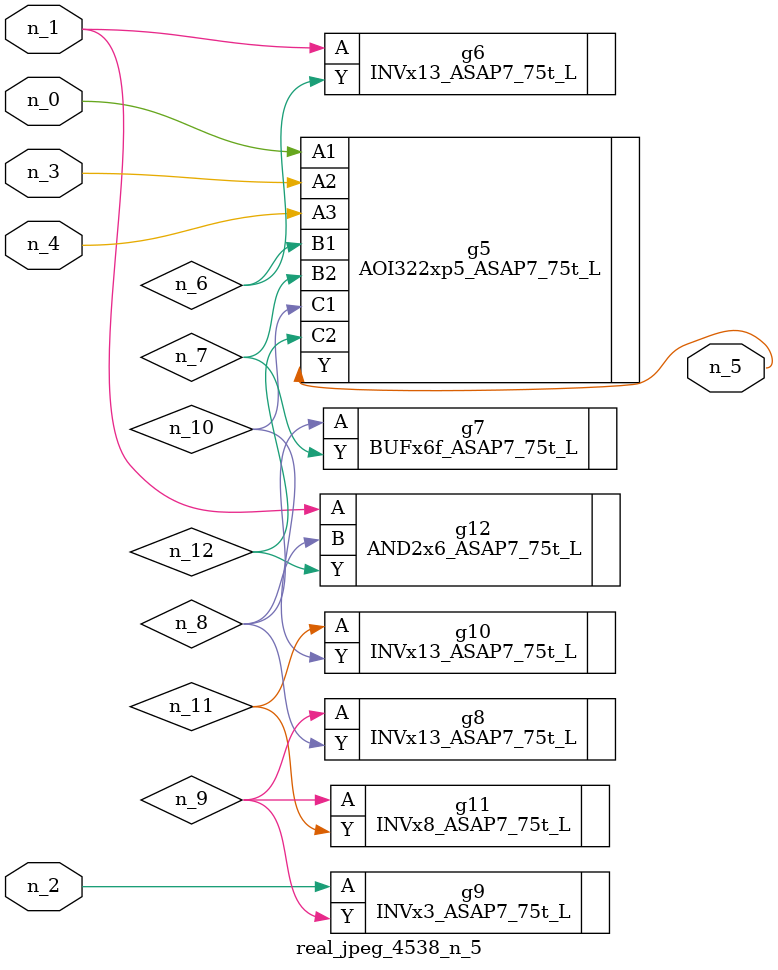
<source format=v>
module real_jpeg_4538_n_5 (n_4, n_0, n_1, n_2, n_3, n_5);

input n_4;
input n_0;
input n_1;
input n_2;
input n_3;

output n_5;

wire n_12;
wire n_8;
wire n_11;
wire n_6;
wire n_7;
wire n_10;
wire n_9;

AOI322xp5_ASAP7_75t_L g5 ( 
.A1(n_0),
.A2(n_3),
.A3(n_4),
.B1(n_6),
.B2(n_7),
.C1(n_10),
.C2(n_12),
.Y(n_5)
);

INVx13_ASAP7_75t_L g6 ( 
.A(n_1),
.Y(n_6)
);

AND2x6_ASAP7_75t_L g12 ( 
.A(n_1),
.B(n_8),
.Y(n_12)
);

INVx3_ASAP7_75t_L g9 ( 
.A(n_2),
.Y(n_9)
);

BUFx6f_ASAP7_75t_L g7 ( 
.A(n_8),
.Y(n_7)
);

INVx13_ASAP7_75t_L g8 ( 
.A(n_9),
.Y(n_8)
);

INVx8_ASAP7_75t_L g11 ( 
.A(n_9),
.Y(n_11)
);

INVx13_ASAP7_75t_L g10 ( 
.A(n_11),
.Y(n_10)
);


endmodule
</source>
